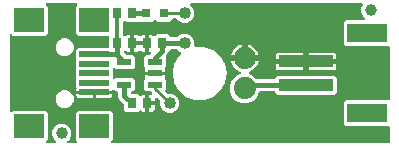
<source format=gbr>
G04 EAGLE Gerber RS-274X export*
G75*
%MOMM*%
%FSLAX34Y34*%
%LPD*%
%INTop Copper*%
%IPPOS*%
%AMOC8*
5,1,8,0,0,1.08239X$1,22.5*%
G01*
%ADD10R,0.800000X0.800000*%
%ADD11R,0.700000X0.900000*%
%ADD12R,1.200000X0.550000*%
%ADD13R,4.600000X1.000000*%
%ADD14R,3.400000X1.600000*%
%ADD15C,1.879600*%
%ADD16R,2.500000X0.500000*%
%ADD17R,2.500000X2.000000*%
%ADD18C,1.000000*%
%ADD19C,1.016000*%
%ADD20C,0.406400*%
%ADD21C,0.254000*%
%ADD22C,0.355600*%
%ADD23C,0.457200*%

G36*
X42586Y4082D02*
X42586Y4082D01*
X42725Y4095D01*
X42744Y4102D01*
X42764Y4105D01*
X42893Y4156D01*
X43024Y4203D01*
X43041Y4214D01*
X43060Y4222D01*
X43172Y4303D01*
X43287Y4381D01*
X43301Y4397D01*
X43317Y4408D01*
X43406Y4516D01*
X43498Y4620D01*
X43507Y4638D01*
X43520Y4653D01*
X43579Y4779D01*
X43642Y4903D01*
X43647Y4923D01*
X43655Y4941D01*
X43681Y5077D01*
X43712Y5213D01*
X43711Y5234D01*
X43715Y5253D01*
X43706Y5392D01*
X43702Y5531D01*
X43697Y5551D01*
X43695Y5571D01*
X43653Y5703D01*
X43614Y5837D01*
X43604Y5854D01*
X43597Y5873D01*
X43523Y5991D01*
X43452Y6111D01*
X43434Y6132D01*
X43427Y6142D01*
X43412Y6156D01*
X43346Y6231D01*
X41437Y8141D01*
X40211Y11099D01*
X40211Y14301D01*
X41437Y17259D01*
X43701Y19523D01*
X46659Y20749D01*
X49861Y20749D01*
X52819Y19523D01*
X55083Y17259D01*
X56309Y14301D01*
X56309Y11099D01*
X55083Y8141D01*
X53174Y6231D01*
X53089Y6122D01*
X53000Y6015D01*
X52992Y5996D01*
X52979Y5980D01*
X52924Y5852D01*
X52865Y5727D01*
X52861Y5707D01*
X52853Y5688D01*
X52831Y5550D01*
X52805Y5414D01*
X52806Y5394D01*
X52803Y5374D01*
X52816Y5235D01*
X52825Y5097D01*
X52831Y5078D01*
X52833Y5058D01*
X52880Y4926D01*
X52923Y4795D01*
X52934Y4777D01*
X52940Y4758D01*
X53018Y4643D01*
X53093Y4526D01*
X53108Y4512D01*
X53119Y4495D01*
X53223Y4403D01*
X53324Y4308D01*
X53342Y4298D01*
X53357Y4285D01*
X53482Y4221D01*
X53603Y4154D01*
X53623Y4149D01*
X53641Y4140D01*
X53776Y4110D01*
X53911Y4075D01*
X53939Y4073D01*
X53951Y4070D01*
X53971Y4071D01*
X54072Y4065D01*
X60359Y4065D01*
X60497Y4082D01*
X60636Y4095D01*
X60655Y4102D01*
X60675Y4105D01*
X60804Y4156D01*
X60935Y4203D01*
X60952Y4214D01*
X60971Y4222D01*
X61083Y4303D01*
X61198Y4381D01*
X61212Y4397D01*
X61228Y4408D01*
X61317Y4516D01*
X61409Y4620D01*
X61418Y4638D01*
X61431Y4653D01*
X61490Y4779D01*
X61553Y4903D01*
X61558Y4923D01*
X61566Y4941D01*
X61592Y5078D01*
X61623Y5213D01*
X61622Y5234D01*
X61626Y5253D01*
X61618Y5392D01*
X61613Y5531D01*
X61608Y5551D01*
X61606Y5571D01*
X61564Y5703D01*
X61525Y5837D01*
X61515Y5854D01*
X61508Y5873D01*
X61434Y5991D01*
X61363Y6111D01*
X61345Y6132D01*
X61338Y6142D01*
X61323Y6156D01*
X61257Y6231D01*
X60251Y7237D01*
X60251Y29763D01*
X62037Y31549D01*
X89563Y31549D01*
X91349Y29763D01*
X91349Y7237D01*
X90343Y6231D01*
X90258Y6122D01*
X90169Y6015D01*
X90160Y5996D01*
X90148Y5980D01*
X90093Y5853D01*
X90034Y5727D01*
X90030Y5707D01*
X90022Y5688D01*
X90000Y5550D01*
X89974Y5414D01*
X89975Y5394D01*
X89972Y5374D01*
X89985Y5235D01*
X89994Y5097D01*
X90000Y5078D01*
X90002Y5058D01*
X90049Y4926D01*
X90092Y4795D01*
X90102Y4777D01*
X90109Y4758D01*
X90187Y4643D01*
X90262Y4526D01*
X90277Y4512D01*
X90288Y4495D01*
X90392Y4403D01*
X90493Y4308D01*
X90511Y4298D01*
X90526Y4285D01*
X90650Y4221D01*
X90772Y4154D01*
X90791Y4149D01*
X90810Y4140D01*
X90945Y4110D01*
X91080Y4075D01*
X91108Y4073D01*
X91120Y4070D01*
X91140Y4071D01*
X91241Y4065D01*
X324866Y4065D01*
X324984Y4080D01*
X325103Y4087D01*
X325141Y4100D01*
X325182Y4105D01*
X325292Y4148D01*
X325405Y4185D01*
X325440Y4207D01*
X325477Y4222D01*
X325573Y4291D01*
X325674Y4355D01*
X325702Y4385D01*
X325735Y4408D01*
X325811Y4500D01*
X325892Y4587D01*
X325912Y4622D01*
X325937Y4653D01*
X325988Y4761D01*
X326046Y4865D01*
X326056Y4905D01*
X326073Y4941D01*
X326095Y5058D01*
X326125Y5173D01*
X326129Y5233D01*
X326133Y5253D01*
X326131Y5274D01*
X326135Y5334D01*
X326135Y17182D01*
X326120Y17300D01*
X326113Y17419D01*
X326100Y17457D01*
X326095Y17498D01*
X326052Y17608D01*
X326015Y17721D01*
X325993Y17756D01*
X325978Y17793D01*
X325909Y17889D01*
X325845Y17990D01*
X325815Y18018D01*
X325792Y18051D01*
X325700Y18127D01*
X325613Y18208D01*
X325578Y18228D01*
X325547Y18253D01*
X325439Y18304D01*
X325335Y18362D01*
X325295Y18372D01*
X325259Y18389D01*
X325142Y18411D01*
X325027Y18441D01*
X324967Y18445D01*
X324947Y18449D01*
X324926Y18447D01*
X324866Y18451D01*
X288837Y18451D01*
X287051Y20237D01*
X287051Y38763D01*
X288837Y40549D01*
X324866Y40549D01*
X324984Y40564D01*
X325103Y40571D01*
X325141Y40584D01*
X325182Y40589D01*
X325292Y40632D01*
X325405Y40669D01*
X325440Y40691D01*
X325477Y40706D01*
X325573Y40775D01*
X325674Y40839D01*
X325702Y40869D01*
X325735Y40892D01*
X325811Y40984D01*
X325892Y41071D01*
X325912Y41106D01*
X325937Y41137D01*
X325988Y41245D01*
X326046Y41349D01*
X326056Y41389D01*
X326073Y41425D01*
X326095Y41542D01*
X326125Y41657D01*
X326129Y41717D01*
X326133Y41737D01*
X326131Y41758D01*
X326135Y41818D01*
X326135Y85182D01*
X326120Y85300D01*
X326113Y85419D01*
X326100Y85457D01*
X326095Y85498D01*
X326052Y85608D01*
X326015Y85721D01*
X325993Y85756D01*
X325978Y85793D01*
X325909Y85889D01*
X325845Y85990D01*
X325815Y86018D01*
X325792Y86051D01*
X325700Y86127D01*
X325613Y86208D01*
X325578Y86228D01*
X325547Y86253D01*
X325439Y86304D01*
X325335Y86362D01*
X325295Y86372D01*
X325259Y86389D01*
X325142Y86411D01*
X325027Y86441D01*
X324967Y86445D01*
X324947Y86449D01*
X324926Y86447D01*
X324866Y86451D01*
X288837Y86451D01*
X287051Y88237D01*
X287051Y106763D01*
X288837Y108549D01*
X303724Y108549D01*
X303862Y108566D01*
X304001Y108579D01*
X304020Y108586D01*
X304040Y108589D01*
X304169Y108640D01*
X304300Y108687D01*
X304317Y108698D01*
X304336Y108706D01*
X304448Y108787D01*
X304563Y108865D01*
X304577Y108881D01*
X304593Y108892D01*
X304682Y109000D01*
X304774Y109104D01*
X304783Y109122D01*
X304796Y109137D01*
X304855Y109263D01*
X304918Y109387D01*
X304923Y109407D01*
X304931Y109425D01*
X304957Y109562D01*
X304988Y109697D01*
X304987Y109718D01*
X304991Y109737D01*
X304982Y109876D01*
X304978Y110015D01*
X304973Y110035D01*
X304971Y110055D01*
X304929Y110187D01*
X304890Y110321D01*
X304880Y110338D01*
X304873Y110357D01*
X304799Y110475D01*
X304728Y110595D01*
X304710Y110616D01*
X304703Y110626D01*
X304688Y110640D01*
X304622Y110715D01*
X303057Y112281D01*
X301831Y115239D01*
X301831Y118441D01*
X302966Y121180D01*
X302979Y121228D01*
X303000Y121273D01*
X303021Y121381D01*
X303050Y121487D01*
X303051Y121537D01*
X303060Y121586D01*
X303053Y121695D01*
X303055Y121805D01*
X303043Y121853D01*
X303040Y121903D01*
X303006Y122007D01*
X302981Y122114D01*
X302958Y122158D01*
X302942Y122205D01*
X302883Y122298D01*
X302832Y122395D01*
X302799Y122432D01*
X302772Y122474D01*
X302692Y122549D01*
X302618Y122631D01*
X302577Y122658D01*
X302540Y122692D01*
X302444Y122745D01*
X302352Y122805D01*
X302305Y122822D01*
X302262Y122846D01*
X302156Y122873D01*
X302052Y122909D01*
X302002Y122913D01*
X301954Y122925D01*
X301793Y122935D01*
X158325Y122935D01*
X158187Y122918D01*
X158048Y122905D01*
X158029Y122898D01*
X158009Y122895D01*
X157880Y122844D01*
X157749Y122797D01*
X157732Y122786D01*
X157714Y122778D01*
X157601Y122697D01*
X157486Y122619D01*
X157473Y122603D01*
X157456Y122592D01*
X157367Y122484D01*
X157275Y122380D01*
X157266Y122362D01*
X157253Y122347D01*
X157194Y122221D01*
X157131Y122097D01*
X157126Y122077D01*
X157118Y122059D01*
X157092Y121923D01*
X157061Y121787D01*
X157062Y121766D01*
X157058Y121747D01*
X157067Y121608D01*
X157071Y121469D01*
X157077Y121449D01*
X157078Y121429D01*
X157121Y121297D01*
X157159Y121163D01*
X157170Y121146D01*
X157176Y121127D01*
X157250Y121009D01*
X157321Y120889D01*
X157339Y120868D01*
X157346Y120858D01*
X157361Y120844D01*
X157427Y120769D01*
X159291Y118905D01*
X160529Y115917D01*
X160529Y112683D01*
X159291Y109695D01*
X157005Y107409D01*
X154017Y106171D01*
X150783Y106171D01*
X147795Y107409D01*
X145595Y109610D01*
X145516Y109670D01*
X145444Y109738D01*
X145391Y109767D01*
X145343Y109804D01*
X145252Y109844D01*
X145166Y109892D01*
X145107Y109907D01*
X145052Y109931D01*
X144954Y109946D01*
X144858Y109971D01*
X144758Y109977D01*
X144737Y109981D01*
X144725Y109979D01*
X144697Y109981D01*
X142818Y109981D01*
X142700Y109966D01*
X142581Y109959D01*
X142543Y109946D01*
X142502Y109941D01*
X142392Y109898D01*
X142279Y109861D01*
X142244Y109839D01*
X142207Y109824D01*
X142111Y109755D01*
X142010Y109691D01*
X141982Y109661D01*
X141949Y109638D01*
X141873Y109546D01*
X141792Y109459D01*
X141772Y109424D01*
X141747Y109393D01*
X141696Y109285D01*
X141638Y109181D01*
X141628Y109141D01*
X141611Y109105D01*
X141610Y109098D01*
X139763Y107251D01*
X129237Y107251D01*
X127898Y108591D01*
X127803Y108664D01*
X127714Y108743D01*
X127678Y108761D01*
X127646Y108786D01*
X127537Y108833D01*
X127431Y108887D01*
X127392Y108896D01*
X127354Y108912D01*
X127237Y108931D01*
X127121Y108957D01*
X127080Y108956D01*
X127040Y108962D01*
X126922Y108951D01*
X126803Y108947D01*
X126764Y108936D01*
X126724Y108932D01*
X126611Y108892D01*
X126497Y108859D01*
X126463Y108838D01*
X126424Y108825D01*
X126326Y108758D01*
X126223Y108697D01*
X126178Y108657D01*
X126161Y108646D01*
X126148Y108631D01*
X126103Y108591D01*
X124763Y107251D01*
X113889Y107251D01*
X113790Y107239D01*
X113691Y107236D01*
X113633Y107219D01*
X113573Y107211D01*
X113481Y107175D01*
X113386Y107147D01*
X113334Y107117D01*
X113277Y107094D01*
X113197Y107036D01*
X113112Y106986D01*
X113037Y106920D01*
X113020Y106908D01*
X113012Y106898D01*
X112991Y106880D01*
X112863Y106751D01*
X103337Y106751D01*
X102498Y107591D01*
X102404Y107664D01*
X102314Y107743D01*
X102278Y107761D01*
X102246Y107786D01*
X102137Y107833D01*
X102031Y107887D01*
X101991Y107896D01*
X101954Y107912D01*
X101837Y107931D01*
X101721Y107957D01*
X101680Y107956D01*
X101640Y107962D01*
X101522Y107951D01*
X101403Y107947D01*
X101364Y107936D01*
X101324Y107932D01*
X101212Y107892D01*
X101097Y107859D01*
X101062Y107838D01*
X101024Y107825D01*
X100926Y107758D01*
X100823Y107697D01*
X100778Y107658D01*
X100761Y107646D01*
X100748Y107631D01*
X100703Y107591D01*
X100299Y107187D01*
X100238Y107109D01*
X100170Y107037D01*
X100141Y106984D01*
X100104Y106936D01*
X100064Y106845D01*
X100016Y106758D01*
X100001Y106699D01*
X99977Y106644D01*
X99962Y106546D01*
X99937Y106450D01*
X99931Y106350D01*
X99927Y106330D01*
X99929Y106317D01*
X99927Y106289D01*
X99927Y96911D01*
X99939Y96812D01*
X99942Y96713D01*
X99959Y96655D01*
X99967Y96595D01*
X100003Y96503D01*
X100031Y96408D01*
X100061Y96356D01*
X100084Y96299D01*
X100142Y96219D01*
X100192Y96134D01*
X100258Y96058D01*
X100270Y96042D01*
X100280Y96034D01*
X100298Y96013D01*
X101062Y95250D01*
X101156Y95177D01*
X101245Y95098D01*
X101281Y95080D01*
X101313Y95055D01*
X101422Y95008D01*
X101528Y94953D01*
X101568Y94945D01*
X101605Y94929D01*
X101723Y94910D01*
X101839Y94884D01*
X101879Y94885D01*
X101919Y94879D01*
X102038Y94890D01*
X102156Y94893D01*
X102195Y94905D01*
X102236Y94909D01*
X102348Y94949D01*
X102462Y94982D01*
X102497Y95002D01*
X102535Y95016D01*
X102633Y95083D01*
X102736Y95143D01*
X102781Y95183D01*
X102798Y95195D01*
X102811Y95210D01*
X102857Y95250D01*
X103040Y95433D01*
X103619Y95768D01*
X104266Y95941D01*
X106351Y95941D01*
X106351Y89380D01*
X106366Y89262D01*
X106373Y89143D01*
X106385Y89105D01*
X106391Y89065D01*
X106434Y88954D01*
X106450Y88906D01*
X106440Y88888D01*
X106430Y88849D01*
X106413Y88813D01*
X106391Y88696D01*
X106361Y88580D01*
X106357Y88520D01*
X106353Y88500D01*
X106355Y88480D01*
X106351Y88420D01*
X106351Y81859D01*
X104266Y81859D01*
X103619Y82032D01*
X102958Y82414D01*
X102818Y82473D01*
X102678Y82534D01*
X102671Y82535D01*
X102665Y82538D01*
X102515Y82560D01*
X102364Y82584D01*
X102357Y82583D01*
X102350Y82584D01*
X102200Y82568D01*
X102047Y82554D01*
X102041Y82552D01*
X102034Y82551D01*
X101892Y82498D01*
X101748Y82446D01*
X101742Y82442D01*
X101736Y82440D01*
X101610Y82353D01*
X101485Y82268D01*
X101480Y82263D01*
X101475Y82259D01*
X101374Y82143D01*
X101274Y82029D01*
X101271Y82023D01*
X101267Y82018D01*
X101198Y81881D01*
X101129Y81746D01*
X101128Y81740D01*
X101125Y81733D01*
X101093Y81582D01*
X101060Y81436D01*
X101060Y81429D01*
X101059Y81422D01*
X101065Y81270D01*
X101069Y81118D01*
X101071Y81111D01*
X101072Y81105D01*
X101116Y80958D01*
X101158Y80812D01*
X101161Y80807D01*
X101163Y80800D01*
X101242Y80670D01*
X101319Y80538D01*
X101325Y80532D01*
X101328Y80528D01*
X101335Y80520D01*
X101426Y80418D01*
X102673Y79170D01*
X102751Y79110D01*
X102823Y79042D01*
X102876Y79013D01*
X102924Y78976D01*
X103015Y78936D01*
X103102Y78888D01*
X103160Y78873D01*
X103216Y78849D01*
X103314Y78834D01*
X103410Y78809D01*
X103510Y78803D01*
X103530Y78799D01*
X103542Y78801D01*
X103570Y78799D01*
X108562Y78799D01*
X110348Y77013D01*
X110348Y68987D01*
X108562Y67201D01*
X94036Y67201D01*
X93515Y67722D01*
X93406Y67807D01*
X93299Y67896D01*
X93280Y67904D01*
X93264Y67917D01*
X93136Y67972D01*
X93011Y68031D01*
X92991Y68035D01*
X92972Y68043D01*
X92834Y68065D01*
X92698Y68091D01*
X92678Y68090D01*
X92658Y68093D01*
X92519Y68080D01*
X92381Y68071D01*
X92362Y68065D01*
X92342Y68063D01*
X92211Y68016D01*
X92079Y67973D01*
X92061Y67963D01*
X92042Y67956D01*
X91928Y67878D01*
X91810Y67803D01*
X91796Y67788D01*
X91779Y67777D01*
X91687Y67673D01*
X91592Y67572D01*
X91582Y67554D01*
X91569Y67539D01*
X91506Y67415D01*
X91438Y67293D01*
X91433Y67274D01*
X91424Y67255D01*
X91394Y67120D01*
X91359Y66985D01*
X91357Y66957D01*
X91354Y66945D01*
X91355Y66925D01*
X91349Y66824D01*
X91349Y60176D01*
X91366Y60038D01*
X91379Y59899D01*
X91386Y59880D01*
X91389Y59860D01*
X91440Y59731D01*
X91487Y59600D01*
X91498Y59583D01*
X91506Y59564D01*
X91587Y59452D01*
X91665Y59337D01*
X91681Y59323D01*
X91692Y59307D01*
X91800Y59218D01*
X91904Y59126D01*
X91922Y59117D01*
X91937Y59104D01*
X92063Y59045D01*
X92187Y58982D01*
X92207Y58977D01*
X92225Y58969D01*
X92362Y58943D01*
X92497Y58912D01*
X92518Y58913D01*
X92537Y58909D01*
X92676Y58917D01*
X92815Y58922D01*
X92835Y58927D01*
X92855Y58929D01*
X92987Y58971D01*
X93121Y59010D01*
X93138Y59020D01*
X93157Y59027D01*
X93275Y59101D01*
X93395Y59172D01*
X93416Y59190D01*
X93426Y59197D01*
X93440Y59212D01*
X93515Y59278D01*
X94036Y59799D01*
X108562Y59799D01*
X110348Y58013D01*
X110348Y49987D01*
X108562Y48201D01*
X107948Y48201D01*
X107810Y48184D01*
X107670Y48171D01*
X107652Y48164D01*
X107633Y48161D01*
X107503Y48110D01*
X107371Y48063D01*
X107355Y48052D01*
X107337Y48044D01*
X107224Y47962D01*
X107108Y47884D01*
X107095Y47869D01*
X107080Y47858D01*
X106990Y47750D01*
X106898Y47645D01*
X106889Y47628D01*
X106877Y47613D01*
X106817Y47486D01*
X106754Y47362D01*
X106750Y47343D01*
X106741Y47325D01*
X106715Y47188D01*
X106685Y47051D01*
X106685Y47032D01*
X106682Y47013D01*
X106690Y46873D01*
X106695Y46733D01*
X106700Y46715D01*
X106701Y46695D01*
X106744Y46562D01*
X106783Y46428D01*
X106793Y46411D01*
X106799Y46393D01*
X106874Y46275D01*
X106945Y46154D01*
X106963Y46134D01*
X106969Y46124D01*
X106982Y46112D01*
X106984Y46110D01*
X106988Y46105D01*
X107052Y46034D01*
X107066Y46019D01*
X107144Y45959D01*
X107215Y45892D01*
X107269Y45862D01*
X107317Y45825D01*
X107408Y45786D01*
X107494Y45738D01*
X107553Y45723D01*
X107609Y45699D01*
X107706Y45684D01*
X107802Y45659D01*
X107903Y45652D01*
X107923Y45649D01*
X107935Y45650D01*
X107962Y45649D01*
X112563Y45649D01*
X113762Y44450D01*
X113856Y44377D01*
X113945Y44298D01*
X113981Y44280D01*
X114013Y44255D01*
X114122Y44208D01*
X114228Y44153D01*
X114268Y44145D01*
X114305Y44129D01*
X114423Y44110D01*
X114539Y44084D01*
X114579Y44085D01*
X114619Y44079D01*
X114738Y44090D01*
X114856Y44093D01*
X114895Y44105D01*
X114936Y44109D01*
X115048Y44149D01*
X115162Y44182D01*
X115197Y44202D01*
X115235Y44216D01*
X115333Y44283D01*
X115436Y44343D01*
X115481Y44383D01*
X115498Y44395D01*
X115511Y44410D01*
X115557Y44450D01*
X115740Y44633D01*
X116319Y44968D01*
X116966Y45141D01*
X119051Y45141D01*
X119051Y38580D01*
X119066Y38462D01*
X119073Y38343D01*
X119085Y38305D01*
X119091Y38265D01*
X119134Y38154D01*
X119150Y38106D01*
X119140Y38088D01*
X119130Y38049D01*
X119113Y38013D01*
X119091Y37896D01*
X119061Y37780D01*
X119057Y37720D01*
X119053Y37700D01*
X119055Y37680D01*
X119051Y37620D01*
X119051Y31059D01*
X116966Y31059D01*
X116319Y31232D01*
X115740Y31567D01*
X115557Y31750D01*
X115463Y31823D01*
X115373Y31902D01*
X115337Y31920D01*
X115305Y31945D01*
X115196Y31992D01*
X115090Y32047D01*
X115051Y32055D01*
X115014Y32071D01*
X114896Y32090D01*
X114780Y32116D01*
X114739Y32115D01*
X114699Y32121D01*
X114581Y32110D01*
X114462Y32107D01*
X114423Y32095D01*
X114383Y32091D01*
X114271Y32051D01*
X114156Y32018D01*
X114122Y31998D01*
X114084Y31984D01*
X113985Y31917D01*
X113883Y31857D01*
X113837Y31817D01*
X113820Y31805D01*
X113807Y31790D01*
X113762Y31750D01*
X112563Y30551D01*
X103037Y30551D01*
X101251Y32337D01*
X101251Y36938D01*
X101239Y37036D01*
X101236Y37135D01*
X101219Y37193D01*
X101211Y37253D01*
X101175Y37345D01*
X101147Y37440D01*
X101117Y37493D01*
X101094Y37549D01*
X101036Y37629D01*
X100986Y37714D01*
X100920Y37790D01*
X100908Y37806D01*
X100898Y37814D01*
X100880Y37835D01*
X96992Y41723D01*
X96218Y43590D01*
X96218Y46932D01*
X96203Y47050D01*
X96196Y47169D01*
X96183Y47207D01*
X96178Y47248D01*
X96135Y47358D01*
X96098Y47471D01*
X96076Y47506D01*
X96061Y47543D01*
X95992Y47639D01*
X95928Y47740D01*
X95898Y47768D01*
X95875Y47801D01*
X95783Y47877D01*
X95696Y47958D01*
X95661Y47978D01*
X95630Y48003D01*
X95522Y48054D01*
X95418Y48112D01*
X95378Y48122D01*
X95342Y48139D01*
X95225Y48161D01*
X95110Y48191D01*
X95050Y48195D01*
X95030Y48199D01*
X95009Y48197D01*
X94949Y48201D01*
X94036Y48201D01*
X93007Y49230D01*
X92898Y49315D01*
X92791Y49404D01*
X92772Y49413D01*
X92756Y49425D01*
X92629Y49480D01*
X92503Y49539D01*
X92483Y49543D01*
X92464Y49551D01*
X92326Y49573D01*
X92190Y49599D01*
X92170Y49598D01*
X92150Y49601D01*
X92011Y49588D01*
X91873Y49579D01*
X91854Y49573D01*
X91834Y49571D01*
X91702Y49524D01*
X91571Y49481D01*
X91553Y49471D01*
X91534Y49464D01*
X91419Y49386D01*
X91302Y49311D01*
X91288Y49296D01*
X91271Y49285D01*
X91179Y49181D01*
X91084Y49080D01*
X91074Y49062D01*
X91061Y49047D01*
X90997Y48923D01*
X90930Y48801D01*
X90925Y48782D01*
X90919Y48769D01*
X75800Y48769D01*
X60759Y48769D01*
X60759Y50337D01*
X60773Y50437D01*
X60796Y50540D01*
X60795Y50594D01*
X60802Y50647D01*
X60790Y50752D01*
X60787Y50858D01*
X60772Y50910D01*
X60765Y50963D01*
X60727Y51062D01*
X60698Y51163D01*
X60671Y51210D01*
X60651Y51260D01*
X60590Y51346D01*
X60537Y51437D01*
X60480Y51502D01*
X60467Y51519D01*
X60455Y51530D01*
X60430Y51558D01*
X60251Y51737D01*
X60251Y82211D01*
X60243Y82280D01*
X60244Y82350D01*
X60223Y82437D01*
X60211Y82526D01*
X60186Y82591D01*
X60169Y82659D01*
X60127Y82738D01*
X60094Y82822D01*
X60053Y82878D01*
X60021Y82940D01*
X59960Y83007D01*
X59908Y83079D01*
X59854Y83124D01*
X59811Y83171D01*
X59815Y83171D01*
X59835Y83176D01*
X59855Y83178D01*
X59987Y83220D01*
X60121Y83259D01*
X60138Y83269D01*
X60157Y83276D01*
X60275Y83350D01*
X60395Y83421D01*
X60416Y83439D01*
X60426Y83446D01*
X60440Y83461D01*
X60515Y83527D01*
X62037Y85049D01*
X87282Y85049D01*
X87400Y85064D01*
X87519Y85071D01*
X87557Y85084D01*
X87598Y85089D01*
X87708Y85132D01*
X87821Y85169D01*
X87856Y85191D01*
X87893Y85206D01*
X87989Y85275D01*
X88090Y85339D01*
X88118Y85369D01*
X88151Y85392D01*
X88227Y85484D01*
X88308Y85571D01*
X88328Y85606D01*
X88353Y85637D01*
X88404Y85745D01*
X88462Y85849D01*
X88472Y85889D01*
X88489Y85925D01*
X88511Y86042D01*
X88541Y86157D01*
X88545Y86217D01*
X88549Y86237D01*
X88547Y86258D01*
X88551Y86318D01*
X88551Y94182D01*
X88536Y94300D01*
X88529Y94419D01*
X88516Y94457D01*
X88511Y94498D01*
X88468Y94608D01*
X88431Y94721D01*
X88409Y94756D01*
X88394Y94793D01*
X88325Y94889D01*
X88261Y94990D01*
X88231Y95018D01*
X88208Y95051D01*
X88116Y95127D01*
X88029Y95208D01*
X87994Y95228D01*
X87963Y95253D01*
X87855Y95304D01*
X87751Y95362D01*
X87711Y95372D01*
X87675Y95389D01*
X87558Y95411D01*
X87443Y95441D01*
X87383Y95445D01*
X87363Y95449D01*
X87342Y95447D01*
X87282Y95451D01*
X62037Y95451D01*
X60251Y97237D01*
X60251Y119763D01*
X61257Y120769D01*
X61342Y120878D01*
X61431Y120985D01*
X61440Y121004D01*
X61452Y121020D01*
X61507Y121147D01*
X61566Y121273D01*
X61570Y121293D01*
X61578Y121312D01*
X61600Y121450D01*
X61626Y121586D01*
X61625Y121606D01*
X61628Y121626D01*
X61615Y121765D01*
X61606Y121903D01*
X61600Y121922D01*
X61598Y121942D01*
X61551Y122074D01*
X61508Y122205D01*
X61498Y122223D01*
X61491Y122242D01*
X61413Y122357D01*
X61338Y122474D01*
X61323Y122488D01*
X61312Y122505D01*
X61208Y122597D01*
X61107Y122692D01*
X61089Y122702D01*
X61074Y122715D01*
X60950Y122779D01*
X60828Y122846D01*
X60809Y122851D01*
X60790Y122860D01*
X60655Y122890D01*
X60520Y122925D01*
X60492Y122927D01*
X60480Y122930D01*
X60460Y122929D01*
X60359Y122935D01*
X36241Y122935D01*
X36103Y122918D01*
X35964Y122905D01*
X35945Y122898D01*
X35925Y122895D01*
X35796Y122844D01*
X35665Y122797D01*
X35648Y122786D01*
X35629Y122778D01*
X35517Y122697D01*
X35402Y122619D01*
X35388Y122603D01*
X35372Y122592D01*
X35283Y122484D01*
X35191Y122380D01*
X35182Y122362D01*
X35169Y122347D01*
X35110Y122221D01*
X35047Y122097D01*
X35042Y122077D01*
X35034Y122059D01*
X35008Y121922D01*
X34977Y121787D01*
X34978Y121766D01*
X34974Y121747D01*
X34982Y121608D01*
X34987Y121469D01*
X34992Y121449D01*
X34994Y121429D01*
X35036Y121297D01*
X35075Y121163D01*
X35085Y121146D01*
X35092Y121127D01*
X35166Y121009D01*
X35237Y120889D01*
X35255Y120868D01*
X35262Y120858D01*
X35277Y120844D01*
X35343Y120769D01*
X36349Y119763D01*
X36349Y97237D01*
X34563Y95451D01*
X7037Y95451D01*
X6231Y96257D01*
X6123Y96341D01*
X6015Y96431D01*
X5996Y96440D01*
X5980Y96452D01*
X5853Y96507D01*
X5727Y96566D01*
X5707Y96570D01*
X5688Y96578D01*
X5550Y96600D01*
X5414Y96626D01*
X5394Y96625D01*
X5374Y96628D01*
X5235Y96615D01*
X5097Y96606D01*
X5078Y96600D01*
X5058Y96598D01*
X4926Y96551D01*
X4795Y96508D01*
X4777Y96498D01*
X4758Y96491D01*
X4643Y96413D01*
X4526Y96338D01*
X4512Y96323D01*
X4495Y96312D01*
X4403Y96208D01*
X4308Y96107D01*
X4298Y96089D01*
X4285Y96074D01*
X4222Y95950D01*
X4154Y95828D01*
X4149Y95809D01*
X4140Y95790D01*
X4110Y95655D01*
X4075Y95520D01*
X4073Y95492D01*
X4070Y95480D01*
X4071Y95460D01*
X4065Y95359D01*
X4065Y31641D01*
X4082Y31502D01*
X4095Y31364D01*
X4102Y31345D01*
X4105Y31325D01*
X4156Y31196D01*
X4203Y31065D01*
X4214Y31048D01*
X4222Y31029D01*
X4303Y30917D01*
X4381Y30802D01*
X4397Y30788D01*
X4408Y30772D01*
X4516Y30683D01*
X4620Y30591D01*
X4638Y30582D01*
X4653Y30569D01*
X4779Y30510D01*
X4903Y30447D01*
X4923Y30442D01*
X4941Y30434D01*
X5078Y30408D01*
X5213Y30377D01*
X5234Y30378D01*
X5253Y30374D01*
X5392Y30382D01*
X5531Y30387D01*
X5551Y30392D01*
X5571Y30394D01*
X5703Y30436D01*
X5837Y30475D01*
X5854Y30485D01*
X5873Y30492D01*
X5991Y30566D01*
X6111Y30637D01*
X6132Y30655D01*
X6142Y30662D01*
X6156Y30677D01*
X6231Y30743D01*
X7037Y31549D01*
X34563Y31549D01*
X36349Y29763D01*
X36349Y7237D01*
X35343Y6231D01*
X35258Y6122D01*
X35169Y6015D01*
X35160Y5996D01*
X35148Y5980D01*
X35093Y5853D01*
X35034Y5727D01*
X35030Y5707D01*
X35022Y5688D01*
X35000Y5550D01*
X34974Y5414D01*
X34975Y5394D01*
X34972Y5374D01*
X34985Y5235D01*
X34994Y5097D01*
X35000Y5078D01*
X35002Y5058D01*
X35049Y4926D01*
X35092Y4795D01*
X35102Y4777D01*
X35109Y4758D01*
X35187Y4643D01*
X35262Y4526D01*
X35277Y4512D01*
X35288Y4495D01*
X35392Y4403D01*
X35493Y4308D01*
X35511Y4298D01*
X35526Y4285D01*
X35650Y4221D01*
X35772Y4154D01*
X35791Y4149D01*
X35810Y4140D01*
X35945Y4110D01*
X36080Y4075D01*
X36108Y4073D01*
X36120Y4070D01*
X36140Y4071D01*
X36241Y4065D01*
X42448Y4065D01*
X42586Y4082D01*
G37*
%LPC*%
G36*
X161114Y40893D02*
X161114Y40893D01*
X153622Y43620D01*
X147515Y48744D01*
X143529Y55649D01*
X142145Y63500D01*
X143529Y71351D01*
X147515Y78255D01*
X149000Y79502D01*
X149071Y79579D01*
X149149Y79649D01*
X149179Y79695D01*
X149216Y79735D01*
X149266Y79827D01*
X149324Y79915D01*
X149342Y79967D01*
X149368Y80015D01*
X149393Y80116D01*
X149427Y80216D01*
X149431Y80270D01*
X149445Y80323D01*
X149444Y80428D01*
X149452Y80533D01*
X149443Y80587D01*
X149442Y80641D01*
X149416Y80742D01*
X149398Y80846D01*
X149375Y80896D01*
X149361Y80949D01*
X149310Y81040D01*
X149267Y81136D01*
X149233Y81179D01*
X149206Y81226D01*
X149134Y81302D01*
X149069Y81384D01*
X149025Y81417D01*
X148987Y81457D01*
X148898Y81513D01*
X148815Y81576D01*
X148736Y81614D01*
X148718Y81626D01*
X148703Y81630D01*
X148670Y81647D01*
X147795Y82009D01*
X146357Y83448D01*
X146278Y83508D01*
X146206Y83576D01*
X146153Y83605D01*
X146105Y83642D01*
X146014Y83682D01*
X145928Y83730D01*
X145869Y83745D01*
X145814Y83769D01*
X145716Y83784D01*
X145620Y83809D01*
X145520Y83815D01*
X145499Y83819D01*
X145487Y83817D01*
X145459Y83819D01*
X141257Y83819D01*
X141158Y83807D01*
X141059Y83804D01*
X141001Y83787D01*
X140941Y83779D01*
X140849Y83743D01*
X140754Y83715D01*
X140702Y83685D01*
X140645Y83662D01*
X140565Y83604D01*
X140480Y83554D01*
X140405Y83488D01*
X140388Y83476D01*
X140380Y83466D01*
X140359Y83448D01*
X138745Y81833D01*
X138739Y81826D01*
X138732Y81820D01*
X138642Y81701D01*
X138550Y81582D01*
X138546Y81574D01*
X138541Y81566D01*
X138470Y81422D01*
X137807Y79822D01*
X136571Y78586D01*
X136498Y78492D01*
X136420Y78403D01*
X136401Y78367D01*
X136376Y78335D01*
X136329Y78226D01*
X136275Y78119D01*
X136266Y78080D01*
X136250Y78043D01*
X136231Y77925D01*
X136205Y77809D01*
X136207Y77769D01*
X136200Y77729D01*
X136211Y77610D01*
X136215Y77491D01*
X136226Y77453D01*
X136230Y77412D01*
X136270Y77300D01*
X136303Y77186D01*
X136324Y77151D01*
X136338Y77113D01*
X136350Y77095D01*
X136350Y68987D01*
X135960Y68597D01*
X135895Y68513D01*
X135823Y68436D01*
X135798Y68388D01*
X135765Y68346D01*
X135723Y68249D01*
X135673Y68156D01*
X135660Y68103D01*
X135638Y68054D01*
X135622Y67949D01*
X135596Y67847D01*
X135597Y67793D01*
X135588Y67740D01*
X135598Y67634D01*
X135599Y67529D01*
X135616Y67445D01*
X135618Y67423D01*
X135623Y67408D01*
X135631Y67371D01*
X135842Y66584D01*
X135842Y64874D01*
X127406Y64874D01*
X127336Y64865D01*
X127296Y64868D01*
X127276Y64872D01*
X127256Y64870D01*
X127196Y64874D01*
X118760Y64874D01*
X118760Y66584D01*
X118971Y67371D01*
X118985Y67476D01*
X119009Y67579D01*
X119007Y67633D01*
X119014Y67686D01*
X119002Y67791D01*
X118999Y67897D01*
X118984Y67948D01*
X118978Y68002D01*
X118940Y68101D01*
X118910Y68202D01*
X118883Y68249D01*
X118864Y68299D01*
X118803Y68385D01*
X118749Y68476D01*
X118692Y68540D01*
X118680Y68558D01*
X118668Y68568D01*
X118642Y68597D01*
X118252Y68987D01*
X118252Y77013D01*
X120038Y78799D01*
X121888Y78799D01*
X121986Y78811D01*
X122085Y78814D01*
X122143Y78831D01*
X122203Y78839D01*
X122295Y78875D01*
X122390Y78903D01*
X122443Y78933D01*
X122499Y78956D01*
X122579Y79014D01*
X122664Y79064D01*
X122740Y79130D01*
X122756Y79142D01*
X122764Y79152D01*
X122785Y79170D01*
X123307Y79692D01*
X123392Y79802D01*
X123481Y79909D01*
X123490Y79928D01*
X123502Y79944D01*
X123558Y80072D01*
X123617Y80197D01*
X123620Y80217D01*
X123629Y80236D01*
X123651Y80374D01*
X123676Y80510D01*
X123675Y80530D01*
X123678Y80550D01*
X123665Y80689D01*
X123657Y80827D01*
X123651Y80846D01*
X123649Y80866D01*
X123602Y80997D01*
X123559Y81129D01*
X123548Y81147D01*
X123541Y81166D01*
X123463Y81280D01*
X123389Y81398D01*
X123374Y81412D01*
X123362Y81429D01*
X123258Y81521D01*
X123157Y81616D01*
X123139Y81626D01*
X123124Y81639D01*
X123000Y81702D01*
X122878Y81770D01*
X122859Y81775D01*
X122841Y81784D01*
X122705Y81814D01*
X122570Y81849D01*
X122542Y81851D01*
X122530Y81854D01*
X122510Y81853D01*
X122410Y81859D01*
X122249Y81859D01*
X122249Y88420D01*
X122234Y88538D01*
X122227Y88657D01*
X122214Y88695D01*
X122209Y88735D01*
X122166Y88846D01*
X122150Y88894D01*
X122160Y88912D01*
X122170Y88951D01*
X122187Y88987D01*
X122209Y89104D01*
X122239Y89220D01*
X122243Y89280D01*
X122247Y89300D01*
X122245Y89320D01*
X122249Y89380D01*
X122249Y95941D01*
X124334Y95941D01*
X124981Y95768D01*
X125560Y95433D01*
X125743Y95250D01*
X125837Y95177D01*
X125927Y95098D01*
X125963Y95080D01*
X125995Y95055D01*
X126104Y95008D01*
X126210Y94953D01*
X126249Y94945D01*
X126286Y94929D01*
X126404Y94910D01*
X126520Y94884D01*
X126561Y94885D01*
X126601Y94879D01*
X126719Y94890D01*
X126838Y94893D01*
X126877Y94905D01*
X126917Y94909D01*
X127029Y94949D01*
X127144Y94982D01*
X127178Y95002D01*
X127216Y95016D01*
X127315Y95083D01*
X127417Y95143D01*
X127463Y95183D01*
X127480Y95195D01*
X127493Y95210D01*
X127538Y95250D01*
X128737Y96449D01*
X138263Y96449D01*
X140359Y94352D01*
X140437Y94292D01*
X140509Y94224D01*
X140562Y94195D01*
X140610Y94158D01*
X140701Y94118D01*
X140788Y94070D01*
X140847Y94055D01*
X140902Y94031D01*
X141000Y94016D01*
X141096Y93991D01*
X141196Y93985D01*
X141216Y93981D01*
X141229Y93983D01*
X141257Y93981D01*
X145459Y93981D01*
X145557Y93993D01*
X145656Y93996D01*
X145715Y94013D01*
X145775Y94021D01*
X145867Y94057D01*
X145962Y94085D01*
X146014Y94115D01*
X146070Y94138D01*
X146150Y94196D01*
X146236Y94246D01*
X146311Y94312D01*
X146328Y94324D01*
X146336Y94334D01*
X146357Y94352D01*
X147795Y95791D01*
X150783Y97029D01*
X154017Y97029D01*
X157005Y95791D01*
X159291Y93505D01*
X160529Y90517D01*
X160529Y87376D01*
X160544Y87258D01*
X160551Y87139D01*
X160564Y87101D01*
X160569Y87060D01*
X160612Y86950D01*
X160649Y86837D01*
X160671Y86802D01*
X160686Y86765D01*
X160755Y86669D01*
X160819Y86568D01*
X160849Y86540D01*
X160872Y86507D01*
X160964Y86431D01*
X161051Y86350D01*
X161086Y86330D01*
X161117Y86305D01*
X161225Y86254D01*
X161329Y86196D01*
X161369Y86186D01*
X161405Y86169D01*
X161522Y86147D01*
X161637Y86117D01*
X161697Y86113D01*
X161717Y86109D01*
X161738Y86111D01*
X161798Y86107D01*
X169086Y86107D01*
X176578Y83380D01*
X182685Y78256D01*
X186671Y71351D01*
X188055Y63500D01*
X186671Y55649D01*
X182685Y48745D01*
X176578Y43620D01*
X169086Y40893D01*
X161114Y40893D01*
G37*
%LPD*%
%LPC*%
G36*
X200724Y38353D02*
X200724Y38353D01*
X196150Y40248D01*
X192648Y43750D01*
X190753Y48324D01*
X190753Y53276D01*
X192648Y57850D01*
X196150Y61352D01*
X199175Y62605D01*
X199201Y62620D01*
X199230Y62629D01*
X199339Y62699D01*
X199452Y62763D01*
X199473Y62784D01*
X199498Y62799D01*
X199587Y62894D01*
X199680Y62984D01*
X199696Y63009D01*
X199716Y63031D01*
X199779Y63145D01*
X199846Y63255D01*
X199855Y63284D01*
X199869Y63310D01*
X199902Y63435D01*
X199940Y63559D01*
X199941Y63589D01*
X199949Y63618D01*
X199949Y63747D01*
X199955Y63877D01*
X199949Y63906D01*
X199949Y63936D01*
X199917Y64061D01*
X199891Y64188D01*
X199878Y64215D01*
X199870Y64244D01*
X199808Y64357D01*
X199751Y64474D01*
X199732Y64497D01*
X199717Y64523D01*
X199629Y64617D01*
X199545Y64716D01*
X199520Y64733D01*
X199500Y64755D01*
X199391Y64824D01*
X199285Y64899D01*
X199257Y64910D01*
X199232Y64926D01*
X199082Y64985D01*
X198617Y65136D01*
X196943Y65989D01*
X195422Y67094D01*
X194094Y68422D01*
X192989Y69943D01*
X192136Y71617D01*
X191555Y73404D01*
X191515Y73661D01*
X201930Y73661D01*
X202048Y73676D01*
X202167Y73683D01*
X202205Y73696D01*
X202245Y73701D01*
X202356Y73744D01*
X202469Y73781D01*
X202503Y73803D01*
X202541Y73818D01*
X202637Y73888D01*
X202738Y73951D01*
X202766Y73981D01*
X202798Y74004D01*
X202874Y74096D01*
X202956Y74183D01*
X202975Y74218D01*
X203001Y74249D01*
X203052Y74357D01*
X203109Y74461D01*
X203120Y74501D01*
X203137Y74537D01*
X203159Y74654D01*
X203189Y74769D01*
X203193Y74830D01*
X203197Y74850D01*
X203195Y74870D01*
X203199Y74930D01*
X203199Y76201D01*
X203201Y76201D01*
X203201Y74930D01*
X203216Y74812D01*
X203223Y74693D01*
X203236Y74655D01*
X203241Y74614D01*
X203285Y74504D01*
X203321Y74391D01*
X203343Y74356D01*
X203358Y74319D01*
X203428Y74223D01*
X203491Y74122D01*
X203521Y74094D01*
X203545Y74061D01*
X203636Y73986D01*
X203723Y73904D01*
X203758Y73884D01*
X203790Y73859D01*
X203897Y73808D01*
X204002Y73750D01*
X204041Y73740D01*
X204077Y73723D01*
X204194Y73701D01*
X204309Y73671D01*
X204370Y73667D01*
X204390Y73663D01*
X204410Y73665D01*
X204470Y73661D01*
X214885Y73661D01*
X214845Y73404D01*
X214264Y71617D01*
X213411Y69943D01*
X212306Y68422D01*
X210978Y67094D01*
X209457Y65989D01*
X207783Y65136D01*
X207318Y64985D01*
X207291Y64972D01*
X207262Y64965D01*
X207147Y64905D01*
X207030Y64850D01*
X207007Y64831D01*
X206981Y64817D01*
X206885Y64729D01*
X206785Y64647D01*
X206768Y64623D01*
X206746Y64603D01*
X206675Y64494D01*
X206598Y64390D01*
X206587Y64362D01*
X206571Y64337D01*
X206529Y64215D01*
X206481Y64094D01*
X206477Y64064D01*
X206468Y64036D01*
X206457Y63907D01*
X206441Y63778D01*
X206445Y63749D01*
X206442Y63719D01*
X206465Y63591D01*
X206481Y63463D01*
X206492Y63435D01*
X206497Y63406D01*
X206550Y63288D01*
X206598Y63167D01*
X206615Y63143D01*
X206627Y63116D01*
X206708Y63015D01*
X206784Y62910D01*
X206807Y62891D01*
X206826Y62867D01*
X206929Y62790D01*
X207029Y62707D01*
X207056Y62694D01*
X207080Y62676D01*
X207225Y62605D01*
X210250Y61352D01*
X212650Y58952D01*
X212728Y58892D01*
X212800Y58824D01*
X212853Y58795D01*
X212901Y58758D01*
X212992Y58718D01*
X213079Y58670D01*
X213137Y58655D01*
X213193Y58631D01*
X213291Y58616D01*
X213387Y58591D01*
X213487Y58585D01*
X213507Y58581D01*
X213519Y58583D01*
X213547Y58581D01*
X227782Y58581D01*
X227900Y58596D01*
X228019Y58603D01*
X228057Y58616D01*
X228098Y58621D01*
X228208Y58664D01*
X228321Y58701D01*
X228356Y58723D01*
X228393Y58738D01*
X228489Y58807D01*
X228590Y58871D01*
X228618Y58901D01*
X228651Y58924D01*
X228727Y59016D01*
X228808Y59103D01*
X228828Y59138D01*
X228853Y59169D01*
X228904Y59277D01*
X228962Y59381D01*
X228972Y59421D01*
X228989Y59457D01*
X229011Y59574D01*
X229041Y59689D01*
X229045Y59749D01*
X229047Y59758D01*
X230837Y61549D01*
X279363Y61549D01*
X281149Y59763D01*
X281149Y47237D01*
X279363Y45451D01*
X230837Y45451D01*
X229039Y47250D01*
X229036Y47268D01*
X229029Y47387D01*
X229016Y47425D01*
X229011Y47466D01*
X228968Y47576D01*
X228931Y47689D01*
X228909Y47724D01*
X228894Y47761D01*
X228825Y47857D01*
X228761Y47958D01*
X228731Y47986D01*
X228708Y48019D01*
X228616Y48095D01*
X228529Y48176D01*
X228494Y48196D01*
X228463Y48221D01*
X228355Y48272D01*
X228251Y48330D01*
X228211Y48340D01*
X228175Y48357D01*
X228058Y48379D01*
X227943Y48409D01*
X227883Y48413D01*
X227863Y48417D01*
X227842Y48415D01*
X227782Y48419D01*
X216534Y48419D01*
X216505Y48416D01*
X216475Y48418D01*
X216347Y48396D01*
X216219Y48379D01*
X216191Y48369D01*
X216162Y48364D01*
X216044Y48310D01*
X215923Y48262D01*
X215899Y48245D01*
X215872Y48233D01*
X215771Y48152D01*
X215666Y48076D01*
X215647Y48053D01*
X215624Y48034D01*
X215546Y47931D01*
X215463Y47831D01*
X215450Y47804D01*
X215432Y47780D01*
X215362Y47636D01*
X213752Y43750D01*
X210250Y40248D01*
X205676Y38353D01*
X200724Y38353D01*
G37*
%LPD*%
%LPC*%
G36*
X138083Y29971D02*
X138083Y29971D01*
X135095Y31209D01*
X132809Y33495D01*
X131571Y36483D01*
X131571Y39595D01*
X131559Y39694D01*
X131556Y39793D01*
X131539Y39851D01*
X131531Y39911D01*
X131495Y40003D01*
X131467Y40098D01*
X131445Y40137D01*
X131443Y40143D01*
X131434Y40156D01*
X131414Y40207D01*
X131356Y40287D01*
X131306Y40372D01*
X131276Y40406D01*
X131272Y40412D01*
X131263Y40420D01*
X131240Y40447D01*
X131228Y40464D01*
X131218Y40472D01*
X131200Y40493D01*
X129007Y42685D01*
X128898Y42770D01*
X128791Y42859D01*
X128772Y42867D01*
X128756Y42880D01*
X128628Y42935D01*
X128503Y42994D01*
X128483Y42998D01*
X128464Y43006D01*
X128326Y43028D01*
X128190Y43054D01*
X128170Y43053D01*
X128150Y43056D01*
X128011Y43043D01*
X127873Y43034D01*
X127854Y43028D01*
X127834Y43026D01*
X127702Y42979D01*
X127571Y42936D01*
X127553Y42926D01*
X127534Y42919D01*
X127419Y42841D01*
X127302Y42766D01*
X127288Y42751D01*
X127271Y42740D01*
X127179Y42636D01*
X127084Y42535D01*
X127074Y42517D01*
X127061Y42502D01*
X126997Y42378D01*
X126930Y42256D01*
X126925Y42236D01*
X126916Y42218D01*
X126886Y42083D01*
X126851Y41948D01*
X126849Y41920D01*
X126846Y41908D01*
X126847Y41888D01*
X126841Y41787D01*
X126841Y39849D01*
X122549Y39849D01*
X122549Y45141D01*
X123487Y45141D01*
X123625Y45158D01*
X123764Y45171D01*
X123783Y45178D01*
X123803Y45181D01*
X123932Y45232D01*
X124063Y45279D01*
X124080Y45290D01*
X124099Y45298D01*
X124211Y45379D01*
X124326Y45457D01*
X124340Y45473D01*
X124356Y45484D01*
X124445Y45592D01*
X124537Y45696D01*
X124546Y45714D01*
X124559Y45729D01*
X124618Y45855D01*
X124681Y45979D01*
X124686Y45999D01*
X124694Y46017D01*
X124720Y46153D01*
X124751Y46289D01*
X124750Y46310D01*
X124754Y46329D01*
X124745Y46468D01*
X124741Y46607D01*
X124736Y46627D01*
X124734Y46647D01*
X124692Y46779D01*
X124653Y46913D01*
X124643Y46930D01*
X124636Y46949D01*
X124562Y47067D01*
X124491Y47187D01*
X124473Y47208D01*
X124466Y47218D01*
X124451Y47232D01*
X124385Y47308D01*
X123863Y47830D01*
X123785Y47890D01*
X123712Y47958D01*
X123659Y47987D01*
X123612Y48024D01*
X123521Y48064D01*
X123434Y48112D01*
X123375Y48127D01*
X123320Y48151D01*
X123222Y48166D01*
X123126Y48191D01*
X123026Y48197D01*
X123006Y48201D01*
X122993Y48199D01*
X122965Y48201D01*
X120038Y48201D01*
X118252Y49987D01*
X118252Y58013D01*
X118642Y58403D01*
X118707Y58487D01*
X118779Y58564D01*
X118804Y58612D01*
X118837Y58654D01*
X118879Y58751D01*
X118929Y58844D01*
X118942Y58897D01*
X118964Y58946D01*
X118980Y59051D01*
X119006Y59153D01*
X119005Y59207D01*
X119014Y59260D01*
X119004Y59366D01*
X119003Y59471D01*
X118986Y59555D01*
X118984Y59577D01*
X118979Y59592D01*
X118971Y59629D01*
X118760Y60416D01*
X118760Y62126D01*
X127196Y62126D01*
X127266Y62135D01*
X127306Y62132D01*
X127326Y62128D01*
X127346Y62130D01*
X127406Y62126D01*
X135842Y62126D01*
X135842Y60416D01*
X135631Y59629D01*
X135617Y59524D01*
X135593Y59421D01*
X135595Y59367D01*
X135588Y59314D01*
X135600Y59209D01*
X135603Y59103D01*
X135618Y59052D01*
X135624Y58998D01*
X135662Y58899D01*
X135692Y58798D01*
X135719Y58751D01*
X135738Y58701D01*
X135799Y58615D01*
X135853Y58524D01*
X135910Y58460D01*
X135922Y58442D01*
X135934Y58432D01*
X135960Y58403D01*
X136350Y58013D01*
X136350Y49987D01*
X136033Y49670D01*
X135960Y49576D01*
X135881Y49487D01*
X135862Y49451D01*
X135838Y49419D01*
X135790Y49310D01*
X135736Y49204D01*
X135727Y49164D01*
X135711Y49127D01*
X135693Y49009D01*
X135667Y48893D01*
X135668Y48853D01*
X135661Y48813D01*
X135673Y48694D01*
X135676Y48575D01*
X135687Y48536D01*
X135691Y48496D01*
X135732Y48384D01*
X135765Y48270D01*
X135785Y48235D01*
X135799Y48197D01*
X135866Y48099D01*
X135926Y47996D01*
X135966Y47951D01*
X135977Y47934D01*
X135993Y47920D01*
X136033Y47875D01*
X137307Y46600D01*
X137385Y46540D01*
X137458Y46472D01*
X137511Y46443D01*
X137558Y46406D01*
X137649Y46366D01*
X137736Y46318D01*
X137795Y46303D01*
X137850Y46279D01*
X137948Y46264D01*
X138044Y46239D01*
X138144Y46233D01*
X138164Y46229D01*
X138177Y46231D01*
X138205Y46229D01*
X141317Y46229D01*
X144305Y44991D01*
X146591Y42705D01*
X147829Y39717D01*
X147829Y36483D01*
X146591Y33495D01*
X144305Y31209D01*
X141317Y29971D01*
X138083Y29971D01*
G37*
%LPD*%
%LPC*%
G36*
X49298Y77951D02*
X49298Y77951D01*
X46524Y79100D01*
X44400Y81224D01*
X43251Y83998D01*
X43251Y87002D01*
X44400Y89776D01*
X46524Y91900D01*
X49298Y93049D01*
X52302Y93049D01*
X55076Y91900D01*
X57200Y89776D01*
X58349Y87002D01*
X58349Y84425D01*
X58366Y84287D01*
X58379Y84148D01*
X58386Y84129D01*
X58389Y84109D01*
X58440Y83980D01*
X58487Y83849D01*
X58498Y83832D01*
X58506Y83813D01*
X58587Y83701D01*
X58665Y83586D01*
X58681Y83572D01*
X58692Y83556D01*
X58800Y83467D01*
X58806Y83461D01*
X58745Y83458D01*
X58679Y83436D01*
X58610Y83424D01*
X58528Y83387D01*
X58443Y83360D01*
X58384Y83322D01*
X58320Y83294D01*
X58250Y83238D01*
X58174Y83189D01*
X58126Y83139D01*
X58072Y83095D01*
X58017Y83023D01*
X57956Y82958D01*
X57922Y82897D01*
X57880Y82841D01*
X57809Y82696D01*
X57200Y81224D01*
X55076Y79100D01*
X52302Y77951D01*
X49298Y77951D01*
G37*
%LPD*%
%LPC*%
G36*
X49298Y33951D02*
X49298Y33951D01*
X46524Y35100D01*
X44400Y37224D01*
X43251Y39998D01*
X43251Y43002D01*
X44400Y45776D01*
X46524Y47900D01*
X49298Y49049D01*
X52302Y49049D01*
X55076Y47900D01*
X57200Y45776D01*
X58349Y43002D01*
X58349Y39998D01*
X57200Y37224D01*
X55076Y35100D01*
X52302Y33951D01*
X49298Y33951D01*
G37*
%LPD*%
%LPC*%
G36*
X257599Y75999D02*
X257599Y75999D01*
X257599Y81041D01*
X278434Y81041D01*
X279081Y80868D01*
X279660Y80533D01*
X280133Y80060D01*
X280468Y79481D01*
X280641Y78834D01*
X280641Y75999D01*
X257599Y75999D01*
G37*
%LPD*%
%LPC*%
G36*
X229559Y75999D02*
X229559Y75999D01*
X229559Y78834D01*
X229732Y79481D01*
X230067Y80060D01*
X230540Y80533D01*
X231119Y80868D01*
X231766Y81041D01*
X252601Y81041D01*
X252601Y75999D01*
X229559Y75999D01*
G37*
%LPD*%
%LPC*%
G36*
X257599Y65959D02*
X257599Y65959D01*
X257599Y71001D01*
X280641Y71001D01*
X280641Y68166D01*
X280468Y67519D01*
X280133Y66940D01*
X279660Y66467D01*
X279081Y66132D01*
X278434Y65959D01*
X257599Y65959D01*
G37*
%LPD*%
%LPC*%
G36*
X231766Y65959D02*
X231766Y65959D01*
X231119Y66132D01*
X230540Y66467D01*
X230067Y66940D01*
X229732Y67519D01*
X229559Y68166D01*
X229559Y71001D01*
X252601Y71001D01*
X252601Y65959D01*
X231766Y65959D01*
G37*
%LPD*%
%LPC*%
G36*
X205739Y78739D02*
X205739Y78739D01*
X205739Y87885D01*
X205996Y87845D01*
X207783Y87264D01*
X209457Y86411D01*
X210978Y85306D01*
X212306Y83978D01*
X213411Y82457D01*
X214264Y80783D01*
X214845Y78996D01*
X214885Y78739D01*
X205739Y78739D01*
G37*
%LPD*%
%LPC*%
G36*
X191515Y78739D02*
X191515Y78739D01*
X191555Y78996D01*
X192136Y80783D01*
X192989Y82457D01*
X194094Y83978D01*
X195422Y85306D01*
X196943Y86411D01*
X198617Y87264D01*
X200404Y87845D01*
X200661Y87885D01*
X200661Y78739D01*
X191515Y78739D01*
G37*
%LPD*%
%LPC*%
G36*
X77069Y42459D02*
X77069Y42459D01*
X77069Y46231D01*
X90841Y46231D01*
X90841Y44666D01*
X90668Y44019D01*
X90333Y43440D01*
X89860Y42967D01*
X89281Y42632D01*
X88634Y42459D01*
X77069Y42459D01*
G37*
%LPD*%
%LPC*%
G36*
X62966Y42459D02*
X62966Y42459D01*
X62319Y42632D01*
X61740Y42967D01*
X61267Y43440D01*
X60932Y44019D01*
X60759Y44666D01*
X60759Y46231D01*
X74531Y46231D01*
X74531Y42459D01*
X62966Y42459D01*
G37*
%LPD*%
%LPC*%
G36*
X109849Y90649D02*
X109849Y90649D01*
X109849Y95941D01*
X111934Y95941D01*
X112581Y95768D01*
X113160Y95433D01*
X113402Y95191D01*
X113497Y95118D01*
X113586Y95039D01*
X113622Y95020D01*
X113654Y94996D01*
X113763Y94948D01*
X113869Y94894D01*
X113909Y94885D01*
X113946Y94869D01*
X114063Y94851D01*
X114179Y94825D01*
X114220Y94826D01*
X114260Y94820D01*
X114378Y94831D01*
X114497Y94834D01*
X114536Y94846D01*
X114576Y94849D01*
X114689Y94890D01*
X114803Y94923D01*
X114837Y94943D01*
X114876Y94957D01*
X114974Y95024D01*
X115077Y95084D01*
X115122Y95124D01*
X115139Y95135D01*
X115152Y95151D01*
X115197Y95191D01*
X115440Y95433D01*
X116019Y95768D01*
X116666Y95941D01*
X118751Y95941D01*
X118751Y90649D01*
X109849Y90649D01*
G37*
%LPD*%
%LPC*%
G36*
X109849Y81859D02*
X109849Y81859D01*
X109849Y87151D01*
X118751Y87151D01*
X118751Y81859D01*
X116666Y81859D01*
X116019Y82032D01*
X115440Y82367D01*
X115197Y82609D01*
X115103Y82682D01*
X115014Y82761D01*
X114978Y82780D01*
X114946Y82804D01*
X114837Y82852D01*
X114731Y82906D01*
X114691Y82915D01*
X114654Y82931D01*
X114537Y82949D01*
X114421Y82975D01*
X114380Y82974D01*
X114340Y82981D01*
X114221Y82969D01*
X114103Y82966D01*
X114064Y82955D01*
X114024Y82951D01*
X113912Y82910D01*
X113797Y82877D01*
X113762Y82857D01*
X113724Y82843D01*
X113626Y82776D01*
X113523Y82716D01*
X113478Y82676D01*
X113461Y82665D01*
X113448Y82649D01*
X113402Y82609D01*
X113160Y82367D01*
X112581Y82032D01*
X111934Y81859D01*
X109849Y81859D01*
G37*
%LPD*%
%LPC*%
G36*
X122549Y31059D02*
X122549Y31059D01*
X122549Y36351D01*
X126841Y36351D01*
X126841Y33266D01*
X126668Y32619D01*
X126333Y32040D01*
X125860Y31567D01*
X125281Y31232D01*
X124634Y31059D01*
X122549Y31059D01*
G37*
%LPD*%
D10*
X134500Y114300D03*
X119500Y114300D03*
D11*
X108100Y114300D03*
X95100Y114300D03*
D12*
X127301Y54000D03*
X127301Y63500D03*
X127301Y73000D03*
X101299Y73000D03*
X101299Y54000D03*
D11*
X107800Y38100D03*
X120800Y38100D03*
X95100Y88900D03*
X108100Y88900D03*
X133500Y88900D03*
X120500Y88900D03*
D13*
X255100Y73500D03*
X255100Y53500D03*
D14*
X307100Y97500D03*
X307100Y29500D03*
D15*
X203200Y76200D03*
X203200Y50800D03*
D16*
X75800Y63500D03*
X75800Y71500D03*
X75800Y47500D03*
X75800Y55500D03*
D17*
X20800Y18500D03*
X20800Y108500D03*
X75800Y18500D03*
X75800Y108500D03*
D16*
X75800Y79500D03*
D18*
X48260Y12700D03*
X309880Y116840D03*
D19*
X113030Y63500D03*
X114300Y101600D03*
D20*
X133500Y88900D02*
X152400Y88900D01*
X133500Y88900D02*
X133500Y82700D01*
X127000Y76200D01*
X127000Y73301D01*
X127301Y73000D01*
X205900Y53500D02*
X255100Y53500D01*
X205900Y53500D02*
X203200Y50800D01*
D19*
X152400Y88900D03*
D20*
X119500Y114300D02*
X108100Y114300D01*
X101299Y54000D02*
X101299Y44601D01*
X107800Y38100D01*
D21*
X134500Y114300D02*
X152400Y114300D01*
X127301Y54000D02*
X127301Y50499D01*
X139700Y38100D01*
D19*
X152400Y114300D03*
X139700Y38100D03*
D22*
X95100Y88900D02*
X95100Y114300D01*
D23*
X95100Y88900D02*
X95100Y79199D01*
X101299Y73000D01*
X94799Y79500D02*
X75800Y79500D01*
X94799Y79500D02*
X95100Y79199D01*
M02*

</source>
